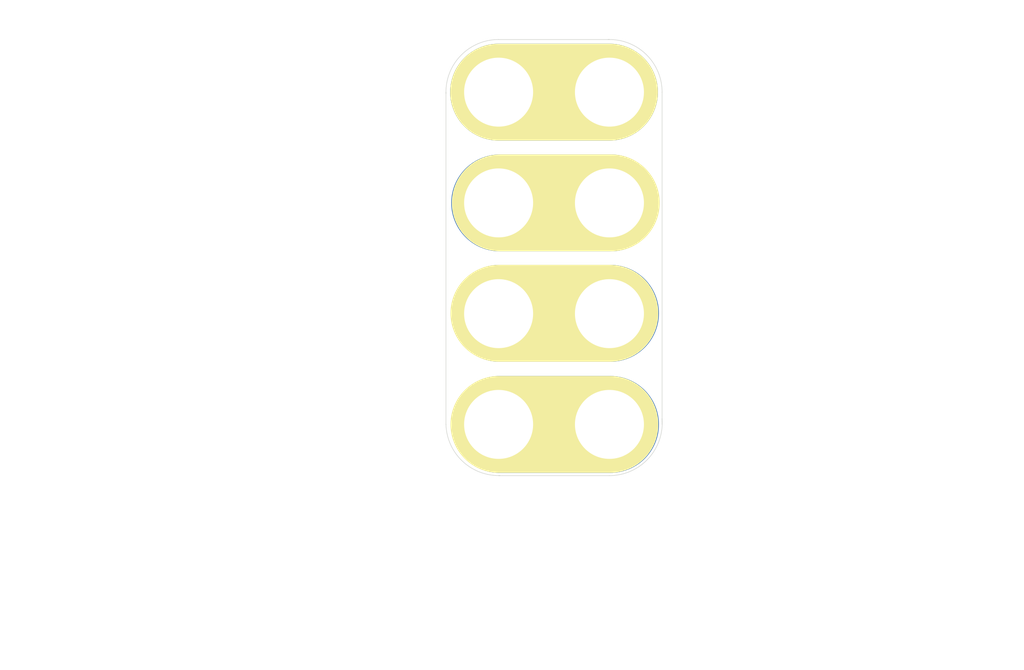
<source format=kicad_pcb>
(kicad_pcb (version 4) (host pcbnew 4.0.5-e0-6337~49~ubuntu16.04.1)

  (general
    (links 0)
    (no_connects 0)
    (area 104.572999 74.854999 178.510001 123.265001)
    (thickness 1.6)
    (drawings 17)
    (tracks 0)
    (zones 0)
    (modules 1)
    (nets 1)
  )

  (page USLetter)
  (title_block
    (title "2x4 Cap Sense Slider Module")
    (date "18 Jan 2017")
    (rev 1.0)
    (company "All rights reserved.")
    (comment 1 help@browndoggadgets.com)
    (comment 2 http://browndoggadgets.com/)
    (comment 3 "Brown Dog Gadgets")
  )

  (layers
    (0 F.Cu signal)
    (31 B.Cu signal)
    (34 B.Paste user)
    (35 F.Paste user)
    (36 B.SilkS user)
    (37 F.SilkS user)
    (38 B.Mask user)
    (39 F.Mask user)
    (40 Dwgs.User user)
    (44 Edge.Cuts user)
    (46 B.CrtYd user)
    (47 F.CrtYd user)
    (48 B.Fab user)
    (49 F.Fab user)
  )

  (setup
    (last_trace_width 0.254)
    (user_trace_width 0.1524)
    (user_trace_width 0.254)
    (user_trace_width 0.3302)
    (user_trace_width 0.508)
    (user_trace_width 0.762)
    (user_trace_width 1.27)
    (trace_clearance 0.254)
    (zone_clearance 0.508)
    (zone_45_only no)
    (trace_min 0.1524)
    (segment_width 0.1524)
    (edge_width 0.1524)
    (via_size 0.6858)
    (via_drill 0.3302)
    (via_min_size 0.6858)
    (via_min_drill 0.3302)
    (user_via 0.6858 0.3302)
    (user_via 0.762 0.4064)
    (user_via 0.8636 0.508)
    (uvia_size 0.6858)
    (uvia_drill 0.3302)
    (uvias_allowed no)
    (uvia_min_size 0)
    (uvia_min_drill 0)
    (pcb_text_width 0.1524)
    (pcb_text_size 1.016 1.016)
    (mod_edge_width 0.1524)
    (mod_text_size 1.016 1.016)
    (mod_text_width 0.1524)
    (pad_size 1.524 1.524)
    (pad_drill 0.762)
    (pad_to_mask_clearance 0.0762)
    (solder_mask_min_width 0.1016)
    (pad_to_paste_clearance -0.0762)
    (aux_axis_origin 0 0)
    (visible_elements FFFEDF7D)
    (pcbplotparams
      (layerselection 0x310fc_80000001)
      (usegerberextensions true)
      (excludeedgelayer true)
      (linewidth 0.100000)
      (plotframeref false)
      (viasonmask false)
      (mode 1)
      (useauxorigin false)
      (hpglpennumber 1)
      (hpglpenspeed 20)
      (hpglpendiameter 15)
      (hpglpenoverlay 2)
      (psnegative false)
      (psa4output false)
      (plotreference true)
      (plotvalue true)
      (plotinvisibletext false)
      (padsonsilk false)
      (subtractmaskfromsilk false)
      (outputformat 1)
      (mirror false)
      (drillshape 0)
      (scaleselection 1)
      (outputdirectory gerbers))
  )

  (net 0 "")

  (net_class Default "This is the default net class."
    (clearance 0.254)
    (trace_width 0.254)
    (via_dia 0.6858)
    (via_drill 0.3302)
    (uvia_dia 0.6858)
    (uvia_drill 0.3302)
  )

  (module Crazy_Circuits:CAPSENSE-SLIDE-2x4 (layer F.Cu) (tedit 587FEB5C) (tstamp 5880089E)
    (at 140.5636 105.5116)
    (descr "Touch Sensor Capsense Slider 4x2")
    (tags "Touch Sensor Capsense Slider 4x2")
    (fp_text reference REF** (at 4 -28) (layer F.SilkS) hide
      (effects (font (size 1 1) (thickness 0.15)))
    )
    (fp_text value CAPSENSE-4PIN-SLIDER (at 4 -28) (layer F.Fab) hide
      (effects (font (size 1 1) (thickness 0.15)))
    )
    (fp_line (start 8 -24) (end 0 -24) (layer B.Mask) (width 7))
    (fp_line (start 8 -24) (end 0 -24) (layer B.Cu) (width 7))
    (fp_arc (start -0.00018 -0.106632) (end 0.09982 3.693368) (angle 89.9) (layer Edge.Cuts) (width 0.04064))
    (fp_arc (start 8 -0.111824) (end 11.8 -0.411824) (angle 94.51398846) (layer Edge.Cuts) (width 0.04064))
    (fp_arc (start 8 -24) (end 7.9 -27.8) (angle 91.50743576) (layer Edge.Cuts) (width 0.04064))
    (fp_arc (start 0 -24) (end -3.8 -23.9) (angle 91.50743576) (layer Edge.Cuts) (width 0.04064))
    (fp_line (start 0 -27.8) (end 8 -27.8) (layer Edge.Cuts) (width 0.04064))
    (fp_line (start -3.8 -24) (end -3.8 0) (layer Edge.Cuts) (width 0.04064))
    (fp_line (start 11.8 -24) (end 11.8 0) (layer Edge.Cuts) (width 0.04064))
    (fp_line (start 0 3.7) (end 8 3.7) (layer Edge.Cuts) (width 0.04064))
    (fp_arc (start -0.00018 -0.106632) (end 0.09982 3.693368) (angle 89.9) (layer F.Fab) (width 0.04064))
    (fp_arc (start 8 -0.111824) (end 11.8 -0.411824) (angle 94.51398846) (layer F.Fab) (width 0.04064))
    (fp_arc (start 8 -24) (end 7.9 -27.8) (angle 91.50743576) (layer F.Fab) (width 0.04064))
    (fp_arc (start 0 -24) (end -3.8 -23.9) (angle 91.50743576) (layer F.Fab) (width 0.04064))
    (fp_line (start 0 -27.8) (end 8 -27.8) (layer F.Fab) (width 0.04064))
    (fp_line (start -3.8 -24) (end -3.8 0) (layer F.Fab) (width 0.04064))
    (fp_line (start 11.8 -24) (end 11.8 0) (layer F.Fab) (width 0.04064))
    (fp_line (start 0 3.7) (end 8 3.7) (layer F.Fab) (width 0.04064))
    (fp_text user %R (at 4 -12) (layer F.Fab) hide
      (effects (font (size 1 1) (thickness 0.15)))
    )
    (fp_line (start 8.0762 -15.999) (end 0.0762 -15.999) (layer B.Mask) (width 7))
    (fp_line (start 8.0762 -15.999) (end 0.0762 -15.999) (layer B.Cu) (width 7))
    (fp_line (start 8.0762 -8.0234) (end 0.0762 -8.0234) (layer B.Mask) (width 7))
    (fp_line (start 8.0762 -8.0234) (end 0.0762 -8.0234) (layer B.Cu) (width 7))
    (fp_line (start 8.0762 0.003) (end 0.0762 0.003) (layer B.Mask) (width 7))
    (fp_line (start 8.0762 0.003) (end 0.0762 0.003) (layer B.Cu) (width 7))
    (fp_line (start 8 -24) (end 0 -24) (layer F.SilkS) (width 7))
    (fp_line (start 8.128 -16.002) (end 0.128 -16.002) (layer F.SilkS) (width 7))
    (fp_line (start 8.0264 -8.0264) (end 0.0264 -8.0264) (layer F.SilkS) (width 7))
    (fp_line (start 8.0264 0) (end 0.0264 0) (layer F.SilkS) (width 7))
    (pad 4 thru_hole circle (at 0 0) (size 6 6) (drill 4.98) (layers *.Cu *.Mask))
    (pad 3 thru_hole circle (at 0 -8) (size 6 6) (drill 4.98) (layers *.Cu *.Mask))
    (pad 2 thru_hole circle (at 0 -16) (size 6 6) (drill 4.98) (layers *.Cu *.Mask))
    (pad 1 thru_hole circle (at 0 -24) (size 6 6) (drill 4.98) (layers *.Cu *.Mask))
    (pad 1 thru_hole circle (at 8 -24) (size 6 6) (drill 4.98) (layers *.Cu *.Mask))
    (pad 2 thru_hole circle (at 8 -16) (size 6 6) (drill 4.98) (layers *.Cu *.Mask))
    (pad 3 thru_hole circle (at 8 -8) (size 6 6) (drill 4.98) (layers *.Cu *.Mask))
    (pad 4 thru_hole circle (at 8 0) (size 6 6) (drill 4.98) (layers *.Cu *.Mask))
    (model LEDs.3dshapes/LED-5MM.wrl
      (at (xyz 0.05 0 0))
      (scale (xyz 1 1 1))
      (rotate (xyz 0 0 90))
    )
  )

  (gr_circle (center 117.348 76.962) (end 118.618 76.962) (layer Dwgs.User) (width 0.15))
  (gr_line (start 114.427 78.994) (end 114.427 74.93) (angle 90) (layer Dwgs.User) (width 0.15))
  (gr_line (start 120.269 78.994) (end 114.427 78.994) (angle 90) (layer Dwgs.User) (width 0.15))
  (gr_line (start 120.269 74.93) (end 120.269 78.994) (angle 90) (layer Dwgs.User) (width 0.15))
  (gr_line (start 114.427 74.93) (end 120.269 74.93) (angle 90) (layer Dwgs.User) (width 0.15))
  (gr_line (start 120.523 93.98) (end 104.648 93.98) (angle 90) (layer Dwgs.User) (width 0.15))
  (gr_line (start 173.355 102.235) (end 173.355 94.615) (angle 90) (layer Dwgs.User) (width 0.15))
  (gr_line (start 178.435 102.235) (end 173.355 102.235) (angle 90) (layer Dwgs.User) (width 0.15))
  (gr_line (start 178.435 94.615) (end 178.435 102.235) (angle 90) (layer Dwgs.User) (width 0.15))
  (gr_line (start 173.355 94.615) (end 178.435 94.615) (angle 90) (layer Dwgs.User) (width 0.15))
  (gr_line (start 109.093 123.19) (end 109.093 114.3) (angle 90) (layer Dwgs.User) (width 0.15))
  (gr_line (start 122.428 123.19) (end 109.093 123.19) (angle 90) (layer Dwgs.User) (width 0.15))
  (gr_line (start 122.428 114.3) (end 122.428 123.19) (angle 90) (layer Dwgs.User) (width 0.15))
  (gr_line (start 109.093 114.3) (end 122.428 114.3) (angle 90) (layer Dwgs.User) (width 0.15))
  (gr_line (start 104.648 93.98) (end 104.648 82.55) (angle 90) (layer Dwgs.User) (width 0.15))
  (gr_line (start 120.523 82.55) (end 120.523 93.98) (angle 90) (layer Dwgs.User) (width 0.15))
  (gr_line (start 104.648 82.55) (end 120.523 82.55) (angle 90) (layer Dwgs.User) (width 0.15))

)

</source>
